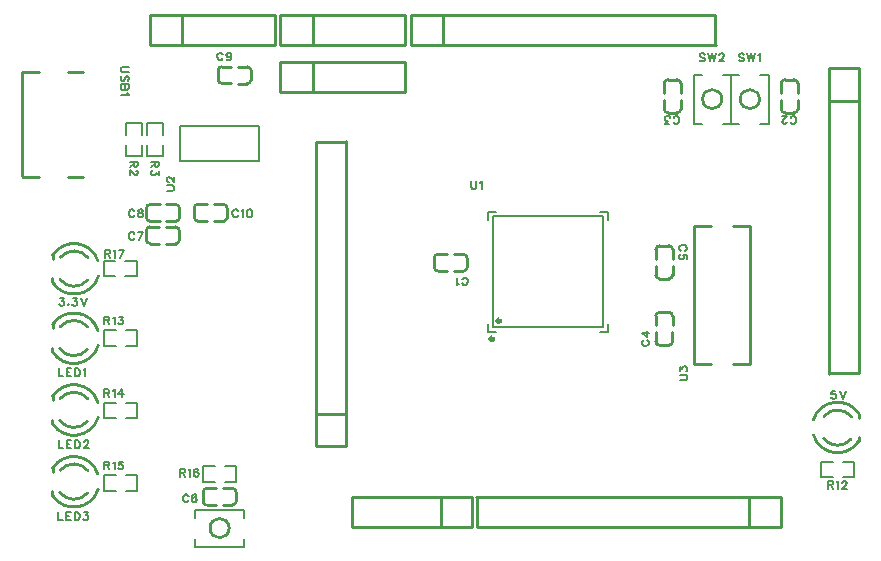
<source format=gto>
G04 Layer: TopSilkscreenLayer*
G04 EasyEDA Pro v2.2.27.1, 2024-09-16 12:01:29*
G04 Gerber Generator version 0.3*
G04 Scale: 100 percent, Rotated: No, Reflected: No*
G04 Dimensions in millimeters*
G04 Leading zeros omitted, absolute positions, 3 integers and 5 decimals*
%FSLAX35Y35*%
%MOMM*%
%ADD10C,0.1524*%
%ADD11C,0.254*%
%ADD12C,0.3*%
G75*


G04 Text Start*
G54D10*
G01X3648799Y-2429934D02*
G01X3651847Y-2436284D01*
G01X3658197Y-2442380D01*
G01X3664293Y-2445428D01*
G01X3676739Y-2445428D01*
G01X3682835Y-2442380D01*
G01X3689185Y-2436284D01*
G01X3692233Y-2429934D01*
G01X3695281Y-2420790D01*
G01X3695281Y-2405296D01*
G01X3692233Y-2395898D01*
G01X3689185Y-2389802D01*
G01X3682835Y-2383452D01*
G01X3676739Y-2380404D01*
G01X3664293Y-2380404D01*
G01X3658197Y-2383452D01*
G01X3651847Y-2389802D01*
G01X3648799Y-2395898D01*
G01X3618573Y-2432982D02*
G01X3612477Y-2436284D01*
G01X3603333Y-2445428D01*
G01X3603333Y-2380404D01*
G01X900684Y-1398270D02*
G01X835660Y-1398270D01*
G01X900684Y-1398270D02*
G01X900684Y-1426210D01*
G01X897636Y-1435354D01*
G01X894588Y-1438402D01*
G01X888238Y-1441704D01*
G01X882142Y-1441704D01*
G01X876046Y-1438402D01*
G01X872998Y-1435354D01*
G01X869696Y-1426210D01*
G01X869696Y-1398270D01*
G01X869696Y-1419860D02*
G01X835660Y-1441704D01*
G01X885190Y-1474978D02*
G01X888238Y-1474978D01*
G01X894588Y-1478026D01*
G01X897636Y-1481074D01*
G01X900684Y-1487170D01*
G01X900684Y-1499616D01*
G01X897636Y-1505966D01*
G01X894588Y-1509014D01*
G01X888238Y-1512062D01*
G01X882142Y-1512062D01*
G01X876046Y-1509014D01*
G01X866648Y-1502664D01*
G01X835660Y-1471930D01*
G01X835660Y-1515110D01*
G01X1078484Y-1398270D02*
G01X1013460Y-1398270D01*
G01X1078484Y-1398270D02*
G01X1078484Y-1426210D01*
G01X1075436Y-1435354D01*
G01X1072388Y-1438402D01*
G01X1066038Y-1441704D01*
G01X1059942Y-1441704D01*
G01X1053846Y-1438402D01*
G01X1050798Y-1435354D01*
G01X1047496Y-1426210D01*
G01X1047496Y-1398270D01*
G01X1047496Y-1419860D02*
G01X1013460Y-1441704D01*
G01X1078484Y-1478026D02*
G01X1078484Y-1512062D01*
G01X1053846Y-1493520D01*
G01X1053846Y-1502664D01*
G01X1050798Y-1509014D01*
G01X1047496Y-1512062D01*
G01X1038352Y-1515110D01*
G01X1032002Y-1515110D01*
G01X1022858Y-1512062D01*
G01X1016508Y-1505966D01*
G01X1013460Y-1496568D01*
G01X1013460Y-1487170D01*
G01X1016508Y-1478026D01*
G01X1019810Y-1474978D01*
G01X1025906Y-1471930D01*
G01X3725763Y-1566509D02*
G01X3725763Y-1612991D01*
G01X3728811Y-1622135D01*
G01X3735161Y-1628485D01*
G01X3744305Y-1631533D01*
G01X3750655Y-1631533D01*
G01X3759799Y-1628485D01*
G01X3765895Y-1622135D01*
G01X3769197Y-1612991D01*
G01X3769197Y-1566509D01*
G01X3799423Y-1578955D02*
G01X3805519Y-1575653D01*
G01X3814663Y-1566509D01*
G01X3814663Y-1631533D01*
G01X1146675Y-1644627D02*
G01X1193157Y-1644627D01*
G01X1202301Y-1641579D01*
G01X1208651Y-1635229D01*
G01X1211699Y-1626085D01*
G01X1211699Y-1619735D01*
G01X1208651Y-1610591D01*
G01X1202301Y-1604495D01*
G01X1193157Y-1601193D01*
G01X1146675Y-1601193D01*
G01X1162169Y-1567919D02*
G01X1159121Y-1567919D01*
G01X1152771Y-1564871D01*
G01X1149723Y-1561823D01*
G01X1146675Y-1555727D01*
G01X1146675Y-1543281D01*
G01X1149723Y-1536931D01*
G01X1152771Y-1533883D01*
G01X1159121Y-1530835D01*
G01X1165217Y-1530835D01*
G01X1171313Y-1533883D01*
G01X1180711Y-1540233D01*
G01X1211699Y-1570967D01*
G01X1211699Y-1527787D01*
G01X824253Y-598714D02*
G01X777771Y-598714D01*
G01X768627Y-601762D01*
G01X762277Y-608112D01*
G01X759229Y-617256D01*
G01X759229Y-623606D01*
G01X762277Y-632750D01*
G01X768627Y-638846D01*
G01X777771Y-642148D01*
G01X824253Y-642148D01*
G01X815109Y-715554D02*
G01X821205Y-709458D01*
G01X824253Y-700060D01*
G01X824253Y-687614D01*
G01X821205Y-678470D01*
G01X815109Y-672374D01*
G01X808759Y-672374D01*
G01X802663Y-675422D01*
G01X799615Y-678470D01*
G01X796567Y-684566D01*
G01X790217Y-703108D01*
G01X787169Y-709458D01*
G01X784121Y-712506D01*
G01X777771Y-715554D01*
G01X768627Y-715554D01*
G01X762277Y-709458D01*
G01X759229Y-700060D01*
G01X759229Y-687614D01*
G01X762277Y-678470D01*
G01X768627Y-672374D01*
G01X824253Y-745780D02*
G01X759229Y-745780D01*
G01X824253Y-745780D02*
G01X824253Y-773466D01*
G01X821205Y-782864D01*
G01X818157Y-785912D01*
G01X811807Y-788960D01*
G01X805711Y-788960D01*
G01X799615Y-785912D01*
G01X796567Y-782864D01*
G01X793265Y-773466D01*
G01X793265Y-745780D02*
G01X793265Y-773466D01*
G01X790217Y-782864D01*
G01X787169Y-785912D01*
G01X781073Y-788960D01*
G01X771675Y-788960D01*
G01X765579Y-785912D01*
G01X762277Y-782864D01*
G01X759229Y-773466D01*
G01X759229Y-745780D01*
G01X811807Y-819186D02*
G01X815109Y-825282D01*
G01X824253Y-834426D01*
G01X759229Y-834426D01*
G01X6429248Y-1062990D02*
G01X6432296Y-1069340D01*
G01X6438646Y-1075436D01*
G01X6444742Y-1078484D01*
G01X6457188Y-1078484D01*
G01X6463284Y-1075436D01*
G01X6469634Y-1069340D01*
G01X6472682Y-1062990D01*
G01X6475730Y-1053846D01*
G01X6475730Y-1038352D01*
G01X6472682Y-1028954D01*
G01X6469634Y-1022858D01*
G01X6463284Y-1016508D01*
G01X6457188Y-1013460D01*
G01X6444742Y-1013460D01*
G01X6438646Y-1016508D01*
G01X6432296Y-1022858D01*
G01X6429248Y-1028954D01*
G01X6395974Y-1062990D02*
G01X6395974Y-1066038D01*
G01X6392926Y-1072388D01*
G01X6389878Y-1075436D01*
G01X6383782Y-1078484D01*
G01X6371336Y-1078484D01*
G01X6364986Y-1075436D01*
G01X6361938Y-1072388D01*
G01X6358890Y-1066038D01*
G01X6358890Y-1059942D01*
G01X6361938Y-1053846D01*
G01X6368288Y-1044448D01*
G01X6399022Y-1013460D01*
G01X6355842Y-1013460D01*
G01X5438648Y-1062990D02*
G01X5441696Y-1069340D01*
G01X5448046Y-1075436D01*
G01X5454142Y-1078484D01*
G01X5466588Y-1078484D01*
G01X5472684Y-1075436D01*
G01X5479034Y-1069340D01*
G01X5482082Y-1062990D01*
G01X5485130Y-1053846D01*
G01X5485130Y-1038352D01*
G01X5482082Y-1028954D01*
G01X5479034Y-1022858D01*
G01X5472684Y-1016508D01*
G01X5466588Y-1013460D01*
G01X5454142Y-1013460D01*
G01X5448046Y-1016508D01*
G01X5441696Y-1022858D01*
G01X5438648Y-1028954D01*
G01X5402326Y-1078484D02*
G01X5368290Y-1078484D01*
G01X5386832Y-1053846D01*
G01X5377688Y-1053846D01*
G01X5371338Y-1050798D01*
G01X5368290Y-1047496D01*
G01X5365242Y-1038352D01*
G01X5365242Y-1032002D01*
G01X5368290Y-1022858D01*
G01X5374386Y-1016508D01*
G01X5383784Y-1013460D01*
G01X5393182Y-1013460D01*
G01X5402326Y-1016508D01*
G01X5405374Y-1019810D01*
G01X5408422Y-1025906D01*
G01X5182368Y-2912199D02*
G01X5176018Y-2915247D01*
G01X5169922Y-2921597D01*
G01X5166874Y-2927693D01*
G01X5166874Y-2940139D01*
G01X5169922Y-2946235D01*
G01X5176018Y-2952585D01*
G01X5182368Y-2955633D01*
G01X5191512Y-2958681D01*
G01X5207006Y-2958681D01*
G01X5216404Y-2955633D01*
G01X5222500Y-2952585D01*
G01X5228850Y-2946235D01*
G01X5231898Y-2940139D01*
G01X5231898Y-2927693D01*
G01X5228850Y-2921597D01*
G01X5222500Y-2915247D01*
G01X5216404Y-2912199D01*
G01X5166874Y-2851239D02*
G01X5210054Y-2881973D01*
G01X5210054Y-2835745D01*
G01X5166874Y-2851239D02*
G01X5231898Y-2851239D01*
G01X5533737Y-2152418D02*
G01X5540087Y-2149370D01*
G01X5546183Y-2143020D01*
G01X5549231Y-2136924D01*
G01X5549231Y-2124478D01*
G01X5546183Y-2118382D01*
G01X5540087Y-2112032D01*
G01X5533737Y-2108984D01*
G01X5524593Y-2105936D01*
G01X5509099Y-2105936D01*
G01X5499701Y-2108984D01*
G01X5493605Y-2112032D01*
G01X5487255Y-2118382D01*
G01X5484207Y-2124478D01*
G01X5484207Y-2136924D01*
G01X5487255Y-2143020D01*
G01X5493605Y-2149370D01*
G01X5499701Y-2152418D01*
G01X5549231Y-2219728D02*
G01X5549231Y-2188740D01*
G01X5521545Y-2185692D01*
G01X5524593Y-2188740D01*
G01X5527641Y-2197884D01*
G01X5527641Y-2207282D01*
G01X5524593Y-2216680D01*
G01X5518243Y-2222776D01*
G01X5509099Y-2225824D01*
G01X5502749Y-2225824D01*
G01X5493605Y-2222776D01*
G01X5487255Y-2216680D01*
G01X5484207Y-2207282D01*
G01X5484207Y-2197884D01*
G01X5487255Y-2188740D01*
G01X5490557Y-2185692D01*
G01X5496653Y-2182644D01*
G01X1331227Y-4232910D02*
G01X1328179Y-4226560D01*
G01X1321829Y-4220464D01*
G01X1315733Y-4217416D01*
G01X1303287Y-4217416D01*
G01X1297191Y-4220464D01*
G01X1290841Y-4226560D01*
G01X1287793Y-4232910D01*
G01X1284745Y-4242054D01*
G01X1284745Y-4257548D01*
G01X1287793Y-4266946D01*
G01X1290841Y-4273042D01*
G01X1297191Y-4279392D01*
G01X1303287Y-4282440D01*
G01X1315733Y-4282440D01*
G01X1321829Y-4279392D01*
G01X1328179Y-4273042D01*
G01X1331227Y-4266946D01*
G01X1398537Y-4226560D02*
G01X1395489Y-4220464D01*
G01X1386091Y-4217416D01*
G01X1379995Y-4217416D01*
G01X1370597Y-4220464D01*
G01X1364501Y-4229862D01*
G01X1361453Y-4245102D01*
G01X1361453Y-4260596D01*
G01X1364501Y-4273042D01*
G01X1370597Y-4279392D01*
G01X1379995Y-4282440D01*
G01X1383043Y-4282440D01*
G01X1392187Y-4279392D01*
G01X1398537Y-4273042D01*
G01X1401585Y-4263898D01*
G01X1401585Y-4260596D01*
G01X1398537Y-4251452D01*
G01X1392187Y-4245102D01*
G01X1383043Y-4242054D01*
G01X1379995Y-4242054D01*
G01X1370597Y-4245102D01*
G01X1364501Y-4251452D01*
G01X1361453Y-4260596D01*
G01X6807454Y-3341116D02*
G01X6776466Y-3341116D01*
G01X6773418Y-3368802D01*
G01X6776466Y-3365754D01*
G01X6785864Y-3362706D01*
G01X6795262Y-3362706D01*
G01X6804406Y-3365754D01*
G01X6810502Y-3372104D01*
G01X6813804Y-3381248D01*
G01X6813804Y-3387598D01*
G01X6810502Y-3396742D01*
G01X6804406Y-3403092D01*
G01X6795262Y-3406140D01*
G01X6785864Y-3406140D01*
G01X6776466Y-3403092D01*
G01X6773418Y-3399790D01*
G01X6770370Y-3393694D01*
G01X6844030Y-3341116D02*
G01X6868668Y-3406140D01*
G01X6893560Y-3341116D02*
G01X6868668Y-3406140D01*
G01X231394Y-3150616D02*
G01X231394Y-3215640D01*
G01X231394Y-3215640D02*
G01X268478Y-3215640D01*
G01X298704Y-3150616D02*
G01X298704Y-3215640D01*
G01X298704Y-3150616D02*
G01X338836Y-3150616D01*
G01X298704Y-3181604D02*
G01X323342Y-3181604D01*
G01X298704Y-3215640D02*
G01X338836Y-3215640D01*
G01X369062Y-3150616D02*
G01X369062Y-3215640D01*
G01X369062Y-3150616D02*
G01X390652Y-3150616D01*
G01X399796Y-3153664D01*
G01X406146Y-3159760D01*
G01X409194Y-3166110D01*
G01X412242Y-3175254D01*
G01X412242Y-3190748D01*
G01X409194Y-3200146D01*
G01X406146Y-3206242D01*
G01X399796Y-3212592D01*
G01X390652Y-3215640D01*
G01X369062Y-3215640D01*
G01X442468Y-3163062D02*
G01X448564Y-3159760D01*
G01X457708Y-3150616D01*
G01X457708Y-3215640D01*
G01X231394Y-3760216D02*
G01X231394Y-3825240D01*
G01X231394Y-3825240D02*
G01X268478Y-3825240D01*
G01X298704Y-3760216D02*
G01X298704Y-3825240D01*
G01X298704Y-3760216D02*
G01X338836Y-3760216D01*
G01X298704Y-3791204D02*
G01X323342Y-3791204D01*
G01X298704Y-3825240D02*
G01X338836Y-3825240D01*
G01X369062Y-3760216D02*
G01X369062Y-3825240D01*
G01X369062Y-3760216D02*
G01X390652Y-3760216D01*
G01X399796Y-3763264D01*
G01X406146Y-3769360D01*
G01X409194Y-3775710D01*
G01X412242Y-3784854D01*
G01X412242Y-3800348D01*
G01X409194Y-3809746D01*
G01X406146Y-3815842D01*
G01X399796Y-3822192D01*
G01X390652Y-3825240D01*
G01X369062Y-3825240D01*
G01X445516Y-3775710D02*
G01X445516Y-3772662D01*
G01X448564Y-3766312D01*
G01X451612Y-3763264D01*
G01X457708Y-3760216D01*
G01X470154Y-3760216D01*
G01X476504Y-3763264D01*
G01X479552Y-3766312D01*
G01X482600Y-3772662D01*
G01X482600Y-3778758D01*
G01X479552Y-3784854D01*
G01X473202Y-3794252D01*
G01X442468Y-3825240D01*
G01X485648Y-3825240D01*
G01X229870Y-4369816D02*
G01X229870Y-4434840D01*
G01X229870Y-4434840D02*
G01X266954Y-4434840D01*
G01X297180Y-4369816D02*
G01X297180Y-4434840D01*
G01X297180Y-4369816D02*
G01X337312Y-4369816D01*
G01X297180Y-4400804D02*
G01X321818Y-4400804D01*
G01X297180Y-4434840D02*
G01X337312Y-4434840D01*
G01X367538Y-4369816D02*
G01X367538Y-4434840D01*
G01X367538Y-4369816D02*
G01X389128Y-4369816D01*
G01X398272Y-4372864D01*
G01X404622Y-4378960D01*
G01X407670Y-4385310D01*
G01X410718Y-4394454D01*
G01X410718Y-4409948D01*
G01X407670Y-4419346D01*
G01X404622Y-4425442D01*
G01X398272Y-4431792D01*
G01X389128Y-4434840D01*
G01X367538Y-4434840D01*
G01X447040Y-4369816D02*
G01X481076Y-4369816D01*
G01X462534Y-4394454D01*
G01X471678Y-4394454D01*
G01X478028Y-4397502D01*
G01X481076Y-4400804D01*
G01X484124Y-4409948D01*
G01X484124Y-4416298D01*
G01X481076Y-4425442D01*
G01X474980Y-4431792D01*
G01X465582Y-4434840D01*
G01X456184Y-4434840D01*
G01X447040Y-4431792D01*
G01X443992Y-4428490D01*
G01X440944Y-4422394D01*
G01X241808Y-2553716D02*
G01X275844Y-2553716D01*
G01X257302Y-2578354D01*
G01X266700Y-2578354D01*
G01X272796Y-2581402D01*
G01X275844Y-2584704D01*
G01X279146Y-2593848D01*
G01X279146Y-2600198D01*
G01X275844Y-2609342D01*
G01X269748Y-2615692D01*
G01X260604Y-2618740D01*
G01X251206Y-2618740D01*
G01X241808Y-2615692D01*
G01X238760Y-2612390D01*
G01X235712Y-2606294D01*
G01X312420Y-2603246D02*
G01X309372Y-2606294D01*
G01X312420Y-2609342D01*
G01X315468Y-2606294D01*
G01X312420Y-2603246D01*
G01X351790Y-2553716D02*
G01X385826Y-2553716D01*
G01X367284Y-2578354D01*
G01X376428Y-2578354D01*
G01X382778Y-2581402D01*
G01X385826Y-2584704D01*
G01X388874Y-2593848D01*
G01X388874Y-2600198D01*
G01X385826Y-2609342D01*
G01X379730Y-2615692D01*
G01X370332Y-2618740D01*
G01X360934Y-2618740D01*
G01X351790Y-2615692D01*
G01X348742Y-2612390D01*
G01X345694Y-2606294D01*
G01X419100Y-2553716D02*
G01X443738Y-2618740D01*
G01X468630Y-2553716D02*
G01X443738Y-2618740D01*
G01X6744970Y-4103116D02*
G01X6744970Y-4168140D01*
G01X6744970Y-4103116D02*
G01X6772910Y-4103116D01*
G01X6782054Y-4106164D01*
G01X6785102Y-4109212D01*
G01X6788404Y-4115562D01*
G01X6788404Y-4121658D01*
G01X6785102Y-4127754D01*
G01X6782054Y-4130802D01*
G01X6772910Y-4134104D01*
G01X6744970Y-4134104D01*
G01X6766560Y-4134104D02*
G01X6788404Y-4168140D01*
G01X6818630Y-4115562D02*
G01X6824726Y-4112260D01*
G01X6833870Y-4103116D01*
G01X6833870Y-4168140D01*
G01X6867144Y-4118610D02*
G01X6867144Y-4115562D01*
G01X6870192Y-4109212D01*
G01X6873240Y-4106164D01*
G01X6879336Y-4103116D01*
G01X6891782Y-4103116D01*
G01X6898132Y-4106164D01*
G01X6901180Y-4109212D01*
G01X6904228Y-4115562D01*
G01X6904228Y-4121658D01*
G01X6901180Y-4127754D01*
G01X6894830Y-4137152D01*
G01X6864096Y-4168140D01*
G01X6907276Y-4168140D01*
G01X617141Y-2712150D02*
G01X617141Y-2777174D01*
G01X617141Y-2712150D02*
G01X645081Y-2712150D01*
G01X654225Y-2715198D01*
G01X657273Y-2718246D01*
G01X660575Y-2724596D01*
G01X660575Y-2730692D01*
G01X657273Y-2736788D01*
G01X654225Y-2739836D01*
G01X645081Y-2743138D01*
G01X617141Y-2743138D01*
G01X638731Y-2743138D02*
G01X660575Y-2777174D01*
G01X690801Y-2724596D02*
G01X696897Y-2721294D01*
G01X706041Y-2712150D01*
G01X706041Y-2777174D01*
G01X742363Y-2712150D02*
G01X776399Y-2712150D01*
G01X757857Y-2736788D01*
G01X767001Y-2736788D01*
G01X773351Y-2739836D01*
G01X776399Y-2743138D01*
G01X779447Y-2752282D01*
G01X779447Y-2758632D01*
G01X776399Y-2767776D01*
G01X770303Y-2774126D01*
G01X760905Y-2777174D01*
G01X751507Y-2777174D01*
G01X742363Y-2774126D01*
G01X739315Y-2770824D01*
G01X736267Y-2764728D01*
G01X617141Y-3326343D02*
G01X617141Y-3391367D01*
G01X617141Y-3326343D02*
G01X645081Y-3326343D01*
G01X654225Y-3329391D01*
G01X657273Y-3332439D01*
G01X660575Y-3338789D01*
G01X660575Y-3344885D01*
G01X657273Y-3350981D01*
G01X654225Y-3354029D01*
G01X645081Y-3357331D01*
G01X617141Y-3357331D01*
G01X638731Y-3357331D02*
G01X660575Y-3391367D01*
G01X690801Y-3338789D02*
G01X696897Y-3335487D01*
G01X706041Y-3326343D01*
G01X706041Y-3391367D01*
G01X767001Y-3326343D02*
G01X736267Y-3369523D01*
G01X782495Y-3369523D01*
G01X767001Y-3326343D02*
G01X767001Y-3391367D01*
G01X617141Y-3940536D02*
G01X617141Y-4005560D01*
G01X617141Y-3940536D02*
G01X645081Y-3940536D01*
G01X654225Y-3943584D01*
G01X657273Y-3946632D01*
G01X660575Y-3952982D01*
G01X660575Y-3959078D01*
G01X657273Y-3965174D01*
G01X654225Y-3968222D01*
G01X645081Y-3971524D01*
G01X617141Y-3971524D01*
G01X638731Y-3971524D02*
G01X660575Y-4005560D01*
G01X690801Y-3952982D02*
G01X696897Y-3949680D01*
G01X706041Y-3940536D01*
G01X706041Y-4005560D01*
G01X773351Y-3940536D02*
G01X742363Y-3940536D01*
G01X739315Y-3968222D01*
G01X742363Y-3965174D01*
G01X751507Y-3962126D01*
G01X760905Y-3962126D01*
G01X770303Y-3965174D01*
G01X776399Y-3971524D01*
G01X779447Y-3980668D01*
G01X779447Y-3987018D01*
G01X776399Y-3996162D01*
G01X770303Y-4002512D01*
G01X760905Y-4005560D01*
G01X751507Y-4005560D01*
G01X742363Y-4002512D01*
G01X739315Y-3999210D01*
G01X736267Y-3993114D01*
G01X1258570Y-4001516D02*
G01X1258570Y-4066540D01*
G01X1258570Y-4001516D02*
G01X1286510Y-4001516D01*
G01X1295654Y-4004564D01*
G01X1298702Y-4007612D01*
G01X1302004Y-4013962D01*
G01X1302004Y-4020058D01*
G01X1298702Y-4026154D01*
G01X1295654Y-4029202D01*
G01X1286510Y-4032504D01*
G01X1258570Y-4032504D01*
G01X1280160Y-4032504D02*
G01X1302004Y-4066540D01*
G01X1332230Y-4013962D02*
G01X1338326Y-4010660D01*
G01X1347470Y-4001516D01*
G01X1347470Y-4066540D01*
G01X1414780Y-4010660D02*
G01X1411732Y-4004564D01*
G01X1402334Y-4001516D01*
G01X1396238Y-4001516D01*
G01X1386840Y-4004564D01*
G01X1380744Y-4013962D01*
G01X1377696Y-4029202D01*
G01X1377696Y-4044696D01*
G01X1380744Y-4057142D01*
G01X1386840Y-4063492D01*
G01X1396238Y-4066540D01*
G01X1399286Y-4066540D01*
G01X1408430Y-4063492D01*
G01X1414780Y-4057142D01*
G01X1417828Y-4047998D01*
G01X1417828Y-4044696D01*
G01X1414780Y-4035552D01*
G01X1408430Y-4029202D01*
G01X1399286Y-4026154D01*
G01X1396238Y-4026154D01*
G01X1386840Y-4029202D01*
G01X1380744Y-4035552D01*
G01X1377696Y-4044696D01*
G01X623570Y-2147316D02*
G01X623570Y-2212340D01*
G01X623570Y-2147316D02*
G01X651510Y-2147316D01*
G01X660654Y-2150364D01*
G01X663702Y-2153412D01*
G01X667004Y-2159762D01*
G01X667004Y-2165858D01*
G01X663702Y-2171954D01*
G01X660654Y-2175002D01*
G01X651510Y-2178304D01*
G01X623570Y-2178304D01*
G01X645160Y-2178304D02*
G01X667004Y-2212340D01*
G01X697230Y-2159762D02*
G01X703326Y-2156460D01*
G01X712470Y-2147316D01*
G01X712470Y-2212340D01*
G01X785876Y-2147316D02*
G01X754888Y-2212340D01*
G01X742696Y-2147316D02*
G01X785876Y-2147316D01*
G01X6033509Y-492760D02*
G01X6027159Y-486664D01*
G01X6018015Y-483616D01*
G01X6005569Y-483616D01*
G01X5996171Y-486664D01*
G01X5990075Y-492760D01*
G01X5990075Y-499110D01*
G01X5993123Y-505206D01*
G01X5996171Y-508254D01*
G01X6002521Y-511302D01*
G01X6021063Y-517652D01*
G01X6027159Y-520700D01*
G01X6030207Y-523748D01*
G01X6033509Y-530098D01*
G01X6033509Y-539242D01*
G01X6027159Y-545592D01*
G01X6018015Y-548640D01*
G01X6005569Y-548640D01*
G01X5996171Y-545592D01*
G01X5990075Y-539242D01*
G01X6063735Y-483616D02*
G01X6078975Y-548640D01*
G01X6094469Y-483616D02*
G01X6078975Y-548640D01*
G01X6094469Y-483616D02*
G01X6109963Y-548640D01*
G01X6125457Y-483616D02*
G01X6109963Y-548640D01*
G01X6155683Y-496062D02*
G01X6161779Y-492760D01*
G01X6170923Y-483616D01*
G01X6170923Y-548640D01*
G01X5701258Y-492760D02*
G01X5694908Y-486664D01*
G01X5685764Y-483616D01*
G01X5673318Y-483616D01*
G01X5663920Y-486664D01*
G01X5657824Y-492760D01*
G01X5657824Y-499110D01*
G01X5660872Y-505206D01*
G01X5663920Y-508254D01*
G01X5670270Y-511302D01*
G01X5688812Y-517652D01*
G01X5694908Y-520700D01*
G01X5697956Y-523748D01*
G01X5701258Y-530098D01*
G01X5701258Y-539242D01*
G01X5694908Y-545592D01*
G01X5685764Y-548640D01*
G01X5673318Y-548640D01*
G01X5663920Y-545592D01*
G01X5657824Y-539242D01*
G01X5731484Y-483616D02*
G01X5746724Y-548640D01*
G01X5762218Y-483616D02*
G01X5746724Y-548640D01*
G01X5762218Y-483616D02*
G01X5777712Y-548640D01*
G01X5793206Y-483616D02*
G01X5777712Y-548640D01*
G01X5826480Y-499110D02*
G01X5826480Y-496062D01*
G01X5829528Y-489712D01*
G01X5832576Y-486664D01*
G01X5838672Y-483616D01*
G01X5851118Y-483616D01*
G01X5857468Y-486664D01*
G01X5860516Y-489712D01*
G01X5863564Y-496062D01*
G01X5863564Y-502158D01*
G01X5860516Y-508254D01*
G01X5854166Y-517652D01*
G01X5823432Y-548640D01*
G01X5866612Y-548640D01*
G01X5488716Y-3247854D02*
G01X5535198Y-3247854D01*
G01X5544342Y-3244806D01*
G01X5550692Y-3238456D01*
G01X5553740Y-3229312D01*
G01X5553740Y-3222962D01*
G01X5550692Y-3213818D01*
G01X5544342Y-3207722D01*
G01X5535198Y-3204420D01*
G01X5488716Y-3204420D01*
G01X5488716Y-3168098D02*
G01X5488716Y-3134062D01*
G01X5513354Y-3152604D01*
G01X5513354Y-3143460D01*
G01X5516402Y-3137110D01*
G01X5519704Y-3134062D01*
G01X5528848Y-3131014D01*
G01X5535198Y-3131014D01*
G01X5544342Y-3134062D01*
G01X5550692Y-3140158D01*
G01X5553740Y-3149556D01*
G01X5553740Y-3158954D01*
G01X5550692Y-3168098D01*
G01X5547390Y-3171146D01*
G01X5541294Y-3174194D01*
G01X873252Y-2010410D02*
G01X870204Y-2004060D01*
G01X863854Y-1997964D01*
G01X857758Y-1994916D01*
G01X845312Y-1994916D01*
G01X839216Y-1997964D01*
G01X832866Y-2004060D01*
G01X829818Y-2010410D01*
G01X826770Y-2019554D01*
G01X826770Y-2035048D01*
G01X829818Y-2044446D01*
G01X832866Y-2050542D01*
G01X839216Y-2056892D01*
G01X845312Y-2059940D01*
G01X857758Y-2059940D01*
G01X863854Y-2056892D01*
G01X870204Y-2050542D01*
G01X873252Y-2044446D01*
G01X946658Y-1994916D02*
G01X915670Y-2059940D01*
G01X903478Y-1994916D02*
G01X946658Y-1994916D01*
G01X873252Y-1819910D02*
G01X870204Y-1813560D01*
G01X863854Y-1807464D01*
G01X857758Y-1804416D01*
G01X845312Y-1804416D01*
G01X839216Y-1807464D01*
G01X832866Y-1813560D01*
G01X829818Y-1819910D01*
G01X826770Y-1829054D01*
G01X826770Y-1844548D01*
G01X829818Y-1853946D01*
G01X832866Y-1860042D01*
G01X839216Y-1866392D01*
G01X845312Y-1869440D01*
G01X857758Y-1869440D01*
G01X863854Y-1866392D01*
G01X870204Y-1860042D01*
G01X873252Y-1853946D01*
G01X918718Y-1804416D02*
G01X909574Y-1807464D01*
G01X906526Y-1813560D01*
G01X906526Y-1819910D01*
G01X909574Y-1826006D01*
G01X915670Y-1829054D01*
G01X928116Y-1832102D01*
G01X937514Y-1835404D01*
G01X943610Y-1841500D01*
G01X946658Y-1847596D01*
G01X946658Y-1856994D01*
G01X943610Y-1863090D01*
G01X940562Y-1866392D01*
G01X931164Y-1869440D01*
G01X918718Y-1869440D01*
G01X909574Y-1866392D01*
G01X906526Y-1863090D01*
G01X903478Y-1856994D01*
G01X903478Y-1847596D01*
G01X906526Y-1841500D01*
G01X912622Y-1835404D01*
G01X922020Y-1832102D01*
G01X934212Y-1829054D01*
G01X940562Y-1826006D01*
G01X943610Y-1819910D01*
G01X943610Y-1813560D01*
G01X940562Y-1807464D01*
G01X931164Y-1804416D01*
G01X918718Y-1804416D01*
G01X1621701Y-491066D02*
G01X1618653Y-484716D01*
G01X1612303Y-478620D01*
G01X1606207Y-475572D01*
G01X1593761Y-475572D01*
G01X1587665Y-478620D01*
G01X1581315Y-484716D01*
G01X1578267Y-491066D01*
G01X1575219Y-500210D01*
G01X1575219Y-515704D01*
G01X1578267Y-525102D01*
G01X1581315Y-531198D01*
G01X1587665Y-537548D01*
G01X1593761Y-540596D01*
G01X1606207Y-540596D01*
G01X1612303Y-537548D01*
G01X1618653Y-531198D01*
G01X1621701Y-525102D01*
G01X1692059Y-497162D02*
G01X1689011Y-506560D01*
G01X1682661Y-512656D01*
G01X1673517Y-515704D01*
G01X1670469Y-515704D01*
G01X1661071Y-512656D01*
G01X1654975Y-506560D01*
G01X1651927Y-497162D01*
G01X1651927Y-494114D01*
G01X1654975Y-484716D01*
G01X1661071Y-478620D01*
G01X1670469Y-475572D01*
G01X1673517Y-475572D01*
G01X1682661Y-478620D01*
G01X1689011Y-484716D01*
G01X1692059Y-497162D01*
G01X1692059Y-512656D01*
G01X1689011Y-528150D01*
G01X1682661Y-537548D01*
G01X1673517Y-540596D01*
G01X1667167Y-540596D01*
G01X1658023Y-537548D01*
G01X1654975Y-531198D01*
G01X1749552Y-1819910D02*
G01X1746504Y-1813560D01*
G01X1740154Y-1807464D01*
G01X1734058Y-1804416D01*
G01X1721612Y-1804416D01*
G01X1715516Y-1807464D01*
G01X1709166Y-1813560D01*
G01X1706118Y-1819910D01*
G01X1703070Y-1829054D01*
G01X1703070Y-1844548D01*
G01X1706118Y-1853946D01*
G01X1709166Y-1860042D01*
G01X1715516Y-1866392D01*
G01X1721612Y-1869440D01*
G01X1734058Y-1869440D01*
G01X1740154Y-1866392D01*
G01X1746504Y-1860042D01*
G01X1749552Y-1853946D01*
G01X1779778Y-1816862D02*
G01X1785874Y-1813560D01*
G01X1795018Y-1804416D01*
G01X1795018Y-1869440D01*
G01X1843786Y-1804416D02*
G01X1834388Y-1807464D01*
G01X1828292Y-1816862D01*
G01X1825244Y-1832102D01*
G01X1825244Y-1841500D01*
G01X1828292Y-1856994D01*
G01X1834388Y-1866392D01*
G01X1843786Y-1869440D01*
G01X1849882Y-1869440D01*
G01X1859280Y-1866392D01*
G01X1865376Y-1856994D01*
G01X1868424Y-1841500D01*
G01X1868424Y-1832102D01*
G01X1865376Y-1816862D01*
G01X1859280Y-1807464D01*
G01X1849882Y-1804416D01*
G01X1843786Y-1804416D01*
G04 Text End*

G04 PolygonModel Start*
G54D11*
G01X3410649Y-2294227D02*
G01X3410649Y-2214225D01*
G01X3521624Y-2325213D02*
G01X3441626Y-2325213D01*
G01X3521624Y-2183247D02*
G01X3441626Y-2183247D01*
G01X3579213Y-2325794D02*
G01X3659213Y-2325794D01*
G01X3690196Y-2294811D02*
G01X3690196Y-2214814D01*
G01X3579213Y-2183834D02*
G01X3659213Y-2183834D01*
G01X3690201Y-2294811D02*
G02X3659218Y-2325794I-30983J0D01*
G01X3659218Y-2183828D02*
G02X3690201Y-2214814I0J-30983D01*
G01X3441631Y-2325213D02*
G02X3410649Y-2294227I0J30983D01*
G01X3410649Y-2214230D02*
G02X3441631Y-2183247I30983J0D01*
G01X2406650Y-3537844D02*
G01X2660650Y-3537844D01*
G01X2660650Y-3810950D02*
G01X2660650Y-1225550D01*
G01X2406650Y-3810950D02*
G01X2660650Y-3810950D01*
G01X2406650Y-1230950D02*
G01X2406650Y-3810950D01*
G01X2406650Y-1230950D02*
G01X2660650Y-1230950D01*
G01X3485256Y-158750D02*
G01X3485256Y-412750D01*
G01X3212150Y-412750D02*
G01X5797550Y-412750D01*
G01X3212150Y-158750D02*
G01X3212150Y-412750D01*
G01X5792150Y-158750D02*
G01X3212150Y-158750D01*
G01X5792150Y-158750D02*
G01X5792150Y-412750D01*
G01X7004050Y-881756D02*
G01X6750050Y-881756D01*
G01X6750050Y-608650D02*
G01X6750050Y-3194050D01*
G01X7004050Y-608650D02*
G01X6750050Y-608650D01*
G01X7004050Y-3188650D02*
G01X7004050Y-608650D01*
G01X7004050Y-3188650D02*
G01X6750050Y-3188650D01*
G01X6077844Y-4489450D02*
G01X6077844Y-4235450D01*
G01X6350950Y-4235450D02*
G01X3765550Y-4235450D01*
G01X6350950Y-4489450D02*
G01X6350950Y-4235450D01*
G01X3770950Y-4489450D02*
G01X6350950Y-4489450D01*
G01X3770950Y-4489450D02*
G01X3770950Y-4235450D01*
G01X3164751Y-158750D02*
G01X3164751Y-412750D01*
G01X2106750Y-158750D02*
G01X3164751Y-158750D01*
G01X2384102Y-158750D02*
G01X2384102Y-412750D01*
G01X2106750Y-412750D02*
G01X3164751Y-412750D01*
G01X2106750Y-158750D02*
G01X2106750Y-412750D01*
G01X2059351Y-158750D02*
G01X2059351Y-412750D01*
G01X1001349Y-158750D02*
G01X2059351Y-158750D01*
G01X1278702Y-158750D02*
G01X1278702Y-412750D01*
G01X1001349Y-412750D02*
G01X2059351Y-412750D01*
G01X1001349Y-158750D02*
G01X1001349Y-412750D01*
G01X3164751Y-552450D02*
G01X3164751Y-806450D01*
G01X2106750Y-552450D02*
G01X3164751Y-552450D01*
G01X2384102Y-552450D02*
G01X2384102Y-806450D01*
G01X2106750Y-806450D02*
G01X3164751Y-806450D01*
G01X2106750Y-552450D02*
G01X2106750Y-806450D01*
G54D10*
G01X803890Y-1255471D02*
G01X803890Y-1351359D01*
G01X803890Y-1351359D02*
G01X936010Y-1351359D01*
G01X936010Y-1351359D02*
G01X936010Y-1255471D01*
G01X803890Y-1170229D02*
G01X803890Y-1074341D01*
G01X803890Y-1074341D02*
G01X936010Y-1074341D01*
G01X936010Y-1074341D02*
G01X936010Y-1170229D01*
G01X981690Y-1255471D02*
G01X981690Y-1351359D01*
G01X981690Y-1351359D02*
G01X1113810Y-1351359D01*
G01X1113810Y-1351359D02*
G01X1113810Y-1255471D01*
G01X981690Y-1170229D02*
G01X981690Y-1074341D01*
G01X981690Y-1074341D02*
G01X1113810Y-1074341D01*
G01X1113810Y-1074341D02*
G01X1113810Y-1170229D01*
G01X3867531Y-1890400D02*
G01X3867531Y-1822831D01*
G01X3867531Y-1822831D02*
G01X3935100Y-1822831D01*
G01X4882769Y-1890400D02*
G01X4882769Y-1822831D01*
G01X4882769Y-1822831D02*
G01X4815200Y-1822831D01*
G01X3867531Y-2770500D02*
G01X3867531Y-2838069D01*
G01X3867531Y-2838069D02*
G01X3935100Y-2838069D01*
G01X4882769Y-2770500D02*
G01X4882769Y-2838069D01*
G01X4882769Y-2838069D02*
G01X4815200Y-2838069D01*
G01X3908011Y-2797589D02*
G01X3908011Y-1863311D01*
G01X3908011Y-1863311D02*
G01X4842289Y-1863311D01*
G01X4842289Y-1863311D02*
G01X4842289Y-2797589D01*
G01X4842289Y-2797589D02*
G01X3908011Y-2797589D01*
G01X1926471Y-1395392D02*
G01X1261229Y-1395392D01*
G01X1261229Y-1395392D02*
G01X1261229Y-1101113D01*
G01X1261229Y-1101113D02*
G01X1926471Y-1101113D01*
G01X1926471Y-1101113D02*
G01X1926471Y-1395392D01*
G54D11*
G01X308907Y-1525562D02*
G01X437248Y-1525562D01*
G01X64313Y-639102D02*
G01X-73292Y-639102D01*
G01X-73292Y-639102D02*
G01X-74562Y-640372D01*
G01X-74562Y-640372D02*
G01X-74562Y-1520482D01*
G01X-74562Y-1520482D02*
G01X-69482Y-1525562D01*
G01X-69482Y-1525562D02*
G01X63378Y-1525562D01*
G01X439318Y-639102D02*
G01X307972Y-639102D01*
G01X3471098Y-4489450D02*
G01X2711450Y-4489450D01*
G01X2711450Y-4489450D02*
G01X2711450Y-4235450D01*
G01X2711450Y-4235450D02*
G01X3727450Y-4235450D01*
G01X3727450Y-4235450D02*
G01X3727450Y-4489450D01*
G01X3727450Y-4489450D02*
G01X3471098Y-4489450D01*
G01X3471098Y-4489450D02*
G01X3471098Y-4235450D01*
G01X6379873Y-705548D02*
G01X6459875Y-705548D01*
G01X6348887Y-816524D02*
G01X6348887Y-736526D01*
G01X6490853Y-816524D02*
G01X6490853Y-736526D01*
G01X6348306Y-874113D02*
G01X6348306Y-954113D01*
G01X6379289Y-985096D02*
G01X6459286Y-985096D01*
G01X6490266Y-874113D02*
G01X6490266Y-954113D01*
G01X6379289Y-985101D02*
G02X6348306Y-954118I0J30983D01*
G01X6490272Y-954118D02*
G02X6459286Y-985101I-30983J0D01*
G01X6348887Y-736531D02*
G02X6379873Y-705548I30983J0D01*
G01X6459870Y-705548D02*
G02X6490853Y-736531I0J-30983D01*
G01X5389273Y-705548D02*
G01X5469275Y-705548D01*
G01X5358287Y-816524D02*
G01X5358287Y-736526D01*
G01X5500253Y-816524D02*
G01X5500253Y-736526D01*
G01X5357706Y-874113D02*
G01X5357706Y-954113D01*
G01X5388689Y-985096D02*
G01X5468686Y-985096D01*
G01X5499666Y-874113D02*
G01X5499666Y-954113D01*
G01X5388689Y-985101D02*
G02X5357706Y-954118I0J30983D01*
G01X5499672Y-954118D02*
G02X5468686Y-985101I-30983J0D01*
G01X5358287Y-736531D02*
G02X5389273Y-705548I30983J0D01*
G01X5469270Y-705548D02*
G02X5500253Y-736531I0J-30983D01*
G01X5318075Y-2674048D02*
G01X5398078Y-2674048D01*
G01X5287090Y-2785024D02*
G01X5287090Y-2705026D01*
G01X5429056Y-2785024D02*
G01X5429056Y-2705026D01*
G01X5286508Y-2842613D02*
G01X5286508Y-2922613D01*
G01X5317491Y-2953596D02*
G01X5397489Y-2953596D01*
G01X5428469Y-2842613D02*
G01X5428469Y-2922613D01*
G01X5317491Y-2953601D02*
G02X5286508Y-2922618I0J30983D01*
G01X5428474Y-2922618D02*
G02X5397489Y-2953601I-30983J0D01*
G01X5287090Y-2705031D02*
G02X5318075Y-2674048I30983J0D01*
G01X5398073Y-2674048D02*
G02X5429056Y-2705031I0J-30983D01*
G01X5398030Y-2390568D02*
G01X5318027Y-2390568D01*
G01X5429015Y-2279593D02*
G01X5429015Y-2359590D01*
G01X5287049Y-2279593D02*
G01X5287049Y-2359590D01*
G01X5429597Y-2222004D02*
G01X5429597Y-2142004D01*
G01X5398614Y-2111021D02*
G01X5318616Y-2111021D01*
G01X5287636Y-2222004D02*
G01X5287636Y-2142004D01*
G01X5398614Y-2111016D02*
G02X5429597Y-2141999I0J-30983D01*
G01X5287631Y-2141999D02*
G02X5318616Y-2111016I30983J0D01*
G01X5429015Y-2359585D02*
G02X5398030Y-2390568I-30983J0D01*
G01X5318032Y-2390568D02*
G02X5287049Y-2359585I0J30983D01*
G01X1733626Y-4195473D02*
G01X1733626Y-4275475D01*
G01X1622651Y-4164487D02*
G01X1702648Y-4164487D01*
G01X1622651Y-4306453D02*
G01X1702648Y-4306453D01*
G01X1565062Y-4163906D02*
G01X1485062Y-4163906D01*
G01X1454079Y-4194889D02*
G01X1454079Y-4274886D01*
G01X1565062Y-4305866D02*
G01X1485062Y-4305866D01*
G01X1454074Y-4194889D02*
G02X1485057Y-4163906I30983J0D01*
G01X1485057Y-4305871D02*
G02X1454074Y-4274886I0J30983D01*
G01X1702643Y-4164487D02*
G02X1733626Y-4195473I0J-30983D01*
G01X1733626Y-4275470D02*
G02X1702643Y-4306453I-30983J0D01*
G01X7007169Y-3734603D02*
G01X7006791Y-3764067D01*
G01X7009295Y-3536762D02*
G01X7009295Y-3569315D01*
G01X6946542Y-3561745D02*
G03X6711655Y-3554560I-120291J-89503D01*
G01X6708925Y-3744857D02*
G03X6941114Y-3747859I117324J93607D01*
G01X7009295Y-3536762D02*
G03X6619839Y-3587948I-183044J-114488D01*
G01X6623050Y-3714750D02*
G03X7006791Y-3764067I203200J63499D01*
G01X179570Y-2809412D02*
G01X179949Y-2779948D01*
G01X177444Y-3007252D02*
G01X177444Y-2974700D01*
G01X240198Y-2982269D02*
G03X475084Y-2989455I120291J89503D01*
G01X477815Y-2799158D02*
G03X245626Y-2796155I-117324J-93607D01*
G01X177444Y-3007252D02*
G03X566900Y-2956066I183044J114488D01*
G01X563690Y-2829264D02*
G03X179949Y-2779948I-203200J-63499D01*
G01X179570Y-3417255D02*
G01X179949Y-3387791D01*
G01X177444Y-3615095D02*
G01X177444Y-3582542D01*
G01X240198Y-3590112D02*
G03X475084Y-3597297I120291J89503D01*
G01X477815Y-3407001D02*
G03X245626Y-3403998I-117324J-93607D01*
G01X177444Y-3615095D02*
G03X566900Y-3563909I183044J114488D01*
G01X563690Y-3437107D02*
G03X179949Y-3387791I-203200J-63499D01*
G01X179570Y-4025097D02*
G01X179949Y-3995633D01*
G01X177444Y-4222938D02*
G01X177444Y-4190385D01*
G01X240198Y-4197955D02*
G03X475084Y-4205140I120291J89503D01*
G01X477815Y-4014843D02*
G03X245626Y-4011841I-117324J-93607D01*
G01X177444Y-4222938D02*
G03X566900Y-4171752I183044J114488D01*
G01X563690Y-4044950D02*
G03X179949Y-3995633I-203200J-63499D01*
G01X181031Y-2221697D02*
G01X181409Y-2192233D01*
G01X178905Y-2419538D02*
G01X178905Y-2386985D01*
G01X241658Y-2394555D02*
G03X476545Y-2401740I120291J89503D01*
G01X479275Y-2211443D02*
G03X247086Y-2208441I-117324J-93607D01*
G01X178905Y-2419538D02*
G03X568361Y-2368352I183044J114488D01*
G01X565150Y-2241550D02*
G03X181409Y-2192233I-203200J-63499D01*
G54D10*
G01X6783629Y-3940790D02*
G01X6687741Y-3940790D01*
G01X6687741Y-3940790D02*
G01X6687741Y-4072910D01*
G01X6687741Y-4072910D02*
G01X6783629Y-4072910D01*
G01X6868871Y-3940790D02*
G01X6964759Y-3940790D01*
G01X6964759Y-3940790D02*
G01X6964759Y-4072910D01*
G01X6964759Y-4072910D02*
G01X6868871Y-4072910D01*
G01X798271Y-2958825D02*
G01X894159Y-2958825D01*
G01X894159Y-2958825D02*
G01X894159Y-2826704D01*
G01X894159Y-2826704D02*
G01X798271Y-2826704D01*
G01X713029Y-2958825D02*
G01X617141Y-2958825D01*
G01X617141Y-2958825D02*
G01X617141Y-2826704D01*
G01X617141Y-2826704D02*
G01X713029Y-2826704D01*
G01X798271Y-3573017D02*
G01X894159Y-3573017D01*
G01X894159Y-3573017D02*
G01X894159Y-3440897D01*
G01X894159Y-3440897D02*
G01X798271Y-3440897D01*
G01X713029Y-3573017D02*
G01X617141Y-3573017D01*
G01X617141Y-3573017D02*
G01X617141Y-3440897D01*
G01X617141Y-3440897D02*
G01X713029Y-3440897D01*
G01X798271Y-4187210D02*
G01X894159Y-4187210D01*
G01X894159Y-4187210D02*
G01X894159Y-4055090D01*
G01X894159Y-4055090D02*
G01X798271Y-4055090D01*
G01X713029Y-4187210D02*
G01X617141Y-4187210D01*
G01X617141Y-4187210D02*
G01X617141Y-4055090D01*
G01X617141Y-4055090D02*
G01X713029Y-4055090D01*
G01X1551229Y-3978890D02*
G01X1455341Y-3978890D01*
G01X1455341Y-3978890D02*
G01X1455341Y-4111010D01*
G01X1455341Y-4111010D02*
G01X1551229Y-4111010D01*
G01X1636471Y-3978890D02*
G01X1732359Y-3978890D01*
G01X1732359Y-3978890D02*
G01X1732359Y-4111010D01*
G01X1732359Y-4111010D02*
G01X1636471Y-4111010D01*
G01X796544Y-2371110D02*
G01X892432Y-2371110D01*
G01X892432Y-2371110D02*
G01X892432Y-2238990D01*
G01X892432Y-2238990D02*
G01X796544Y-2238990D01*
G01X711302Y-2371110D02*
G01X615414Y-2371110D01*
G01X615414Y-2371110D02*
G01X615414Y-2238990D01*
G01X615414Y-2238990D02*
G01X711302Y-2238990D01*
G01X5926435Y-662330D02*
G01X5926435Y-1077570D01*
G01X6241675Y-662330D02*
G01X6172376Y-662330D01*
G01X5926435Y-662330D02*
G01X5995734Y-662330D01*
G01X5926435Y-1077570D02*
G01X5995734Y-1077570D01*
G01X6241675Y-662330D02*
G01X6241675Y-1077570D01*
G01X6241675Y-1077570D02*
G01X6172376Y-1077570D01*
G01X5606884Y-662330D02*
G01X5606884Y-1077570D01*
G01X5922124Y-662330D02*
G01X5852825Y-662330D01*
G01X5606884Y-662330D02*
G01X5676183Y-662330D01*
G01X5606884Y-1077570D02*
G01X5676183Y-1077570D01*
G01X5922124Y-662330D02*
G01X5922124Y-1077570D01*
G01X5922124Y-1077570D02*
G01X5852825Y-1077570D01*
G01X1801470Y-4344530D02*
G01X1386230Y-4344530D01*
G01X1801470Y-4659770D02*
G01X1801470Y-4590471D01*
G01X1801470Y-4344530D02*
G01X1801470Y-4413829D01*
G01X1386230Y-4344530D02*
G01X1386230Y-4413829D01*
G01X1801470Y-4659770D02*
G01X1386230Y-4659770D01*
G01X1386230Y-4659770D02*
G01X1386230Y-4590471D01*
G54D11*
G01X6088350Y-3115488D02*
G01X6088352Y-1945488D01*
G01X5608353Y-3115488D02*
G01X5758353Y-3115488D01*
G01X5608350Y-3115488D02*
G01X5608350Y-1945488D01*
G01X5938355Y-3115485D02*
G01X6088355Y-3115485D01*
G01X5608353Y-1945490D02*
G01X5758353Y-1945490D01*
G01X5938355Y-1945490D02*
G01X6088355Y-1945490D01*
G01X1253642Y-1982957D02*
G01X1253642Y-2062959D01*
G01X1142667Y-1951971D02*
G01X1222665Y-1951971D01*
G01X1142667Y-2093937D02*
G01X1222665Y-2093937D01*
G01X1085078Y-1951390D02*
G01X1005078Y-1951390D01*
G01X974095Y-1982372D02*
G01X974095Y-2062370D01*
G01X1085078Y-2093350D02*
G01X1005078Y-2093350D01*
G01X974090Y-1982372D02*
G02X1005073Y-1951390I30983J0D01*
G01X1005073Y-2093355D02*
G02X974090Y-2062370I0J30983D01*
G01X1222659Y-1951971D02*
G02X1253642Y-1982957I0J-30983D01*
G01X1253642Y-2062954D02*
G02X1222659Y-2093937I-30983J0D01*
G01X974687Y-1872411D02*
G01X974687Y-1792408D01*
G01X1085662Y-1903396D02*
G01X1005665Y-1903396D01*
G01X1085662Y-1761431D02*
G01X1005665Y-1761431D01*
G01X1143251Y-1903978D02*
G01X1223251Y-1903978D01*
G01X1254234Y-1872995D02*
G01X1254234Y-1792998D01*
G01X1143251Y-1762017D02*
G01X1223251Y-1762017D01*
G01X1254239Y-1872995D02*
G02X1223256Y-1903978I-30983J0D01*
G01X1223256Y-1762012D02*
G02X1254239Y-1792998I0J-30983D01*
G01X1005670Y-1903396D02*
G02X974687Y-1872411I0J30983D01*
G01X974687Y-1792413D02*
G02X1005670Y-1761431I30983J0D01*
G01X1859852Y-626773D02*
G01X1859852Y-706775D01*
G01X1748876Y-595787D02*
G01X1828874Y-595787D01*
G01X1748876Y-737753D02*
G01X1828874Y-737753D01*
G01X1691287Y-595206D02*
G01X1611287Y-595206D01*
G01X1580304Y-626189D02*
G01X1580304Y-706186D01*
G01X1691287Y-737166D02*
G01X1611287Y-737166D01*
G01X1580299Y-626189D02*
G02X1611282Y-595206I30983J0D01*
G01X1611282Y-737171D02*
G02X1580299Y-706186I0J30983D01*
G01X1828869Y-595787D02*
G02X1859852Y-626773I0J-30983D01*
G01X1859852Y-706770D02*
G02X1828869Y-737753I-30983J0D01*
G01X1658747Y-1792457D02*
G01X1658747Y-1872459D01*
G01X1547772Y-1761471D02*
G01X1627769Y-1761471D01*
G01X1547772Y-1903437D02*
G01X1627769Y-1903437D01*
G01X1490182Y-1760890D02*
G01X1410183Y-1760890D01*
G01X1379200Y-1791872D02*
G01X1379200Y-1871870D01*
G01X1490182Y-1902850D02*
G01X1410183Y-1902850D01*
G01X1379195Y-1791872D02*
G02X1410178Y-1760890I30983J0D01*
G01X1410178Y-1902855D02*
G02X1379195Y-1871870I0J30983D01*
G01X1627764Y-1761471D02*
G02X1658747Y-1792457I0J-30983D01*
G01X1658747Y-1872454D02*
G02X1627764Y-1903437I-30983J0D01*

G04 Circle Start*
G54D12*
G01X3885133Y-2900451D02*
G03X3915156Y-2900451I15011J0D01*
G03X3885133Y-2900451I-15011J0D01*
G01X3942994Y-2747594D02*
G03X3973017Y-2747594I15011J0D01*
G03X3942994Y-2747594I-15011J0D01*
G54D11*
G01X6002724Y-869950D02*
G03X6165386Y-869950I81331J0D01*
G03X6002724Y-869950I-81331J0D01*
G01X5683173Y-869950D02*
G03X5845835Y-869950I81331J0D01*
G03X5683173Y-869950I-81331J0D01*
G01X1512519Y-4502150D02*
G03X1675181Y-4502150I81331J0D01*
G03X1512519Y-4502150I-81331J0D01*
G04 Circle End*

M02*


</source>
